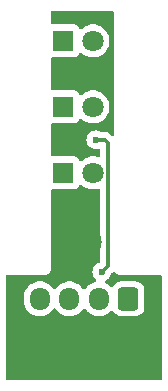
<source format=gbr>
%TF.GenerationSoftware,KiCad,Pcbnew,8.0.1*%
%TF.CreationDate,2024-04-21T19:06:48-04:00*%
%TF.ProjectId,Semaforo,53656d61-666f-4726-9f2e-6b696361645f,Andres La Madrid*%
%TF.SameCoordinates,Original*%
%TF.FileFunction,Copper,L2,Bot*%
%TF.FilePolarity,Positive*%
%FSLAX46Y46*%
G04 Gerber Fmt 4.6, Leading zero omitted, Abs format (unit mm)*
G04 Created by KiCad (PCBNEW 8.0.1) date 2024-04-21 19:06:48*
%MOMM*%
%LPD*%
G01*
G04 APERTURE LIST*
G04 Aperture macros list*
%AMRoundRect*
0 Rectangle with rounded corners*
0 $1 Rounding radius*
0 $2 $3 $4 $5 $6 $7 $8 $9 X,Y pos of 4 corners*
0 Add a 4 corners polygon primitive as box body*
4,1,4,$2,$3,$4,$5,$6,$7,$8,$9,$2,$3,0*
0 Add four circle primitives for the rounded corners*
1,1,$1+$1,$2,$3*
1,1,$1+$1,$4,$5*
1,1,$1+$1,$6,$7*
1,1,$1+$1,$8,$9*
0 Add four rect primitives between the rounded corners*
20,1,$1+$1,$2,$3,$4,$5,0*
20,1,$1+$1,$4,$5,$6,$7,0*
20,1,$1+$1,$6,$7,$8,$9,0*
20,1,$1+$1,$8,$9,$2,$3,0*%
G04 Aperture macros list end*
%TA.AperFunction,ComponentPad*%
%ADD10R,1.800000X1.800000*%
%TD*%
%TA.AperFunction,ComponentPad*%
%ADD11C,1.800000*%
%TD*%
%TA.AperFunction,ComponentPad*%
%ADD12RoundRect,0.250000X0.600000X0.725000X-0.600000X0.725000X-0.600000X-0.725000X0.600000X-0.725000X0*%
%TD*%
%TA.AperFunction,ComponentPad*%
%ADD13O,1.700000X1.950000*%
%TD*%
%TA.AperFunction,ComponentPad*%
%ADD14C,3.500000*%
%TD*%
%TA.AperFunction,ViaPad*%
%ADD15C,0.600000*%
%TD*%
%TA.AperFunction,Conductor*%
%ADD16C,0.300000*%
%TD*%
G04 APERTURE END LIST*
D10*
%TO.P,D2,1,K*%
%TO.N,Net-(D1-K)*%
X137180000Y-86995000D03*
D11*
%TO.P,D2,2,A*%
%TO.N,Net-(D2-A)*%
X139720000Y-86995000D03*
%TD*%
D12*
%TO.P,J1,1,Pin_1*%
%TO.N,Net-(D1-K)*%
X142728000Y-103251000D03*
D13*
%TO.P,J1,2,Pin_2*%
%TO.N,Net-(J1-Pin_2)*%
X140228000Y-103251000D03*
%TO.P,J1,3,Pin_3*%
%TO.N,Net-(J1-Pin_3)*%
X137728000Y-103251000D03*
%TO.P,J1,4,Pin_4*%
%TO.N,Net-(J1-Pin_4)*%
X135228000Y-103251000D03*
%TD*%
D10*
%TO.P,D1,1,K*%
%TO.N,Net-(D1-K)*%
X137180000Y-81407000D03*
D11*
%TO.P,D1,2,A*%
%TO.N,Net-(D1-A)*%
X139720000Y-81407000D03*
%TD*%
D10*
%TO.P,D3,1,K*%
%TO.N,Net-(D1-K)*%
X137180000Y-92583000D03*
D11*
%TO.P,D3,2,A*%
%TO.N,Net-(D3-A)*%
X139720000Y-92583000D03*
%TD*%
D14*
%TO.P,REF\u002A\u002A,1*%
%TO.N,GND*%
X138704000Y-98425000D03*
%TD*%
D15*
%TO.N,Net-(J1-Pin_3)*%
X139974000Y-89789000D03*
X140482000Y-100965000D03*
%TD*%
D16*
%TO.N,Net-(J1-Pin_3)*%
X140736000Y-89789000D02*
X139974000Y-89789000D01*
X140970000Y-100477000D02*
X140970000Y-90023000D01*
X140482000Y-100965000D02*
X140970000Y-100477000D01*
X140970000Y-90023000D02*
X140736000Y-89789000D01*
%TD*%
%TA.AperFunction,Conductor*%
%TO.N,GND*%
G36*
X138728063Y-93582992D02*
G01*
X138759866Y-93607843D01*
X138767302Y-93615920D01*
X138768215Y-93616912D01*
X138768222Y-93616918D01*
X138951365Y-93759464D01*
X138951371Y-93759468D01*
X138951374Y-93759470D01*
X139155497Y-93869936D01*
X139269487Y-93909068D01*
X139375015Y-93945297D01*
X139375017Y-93945297D01*
X139375019Y-93945298D01*
X139603951Y-93983500D01*
X139603952Y-93983500D01*
X139836048Y-93983500D01*
X139836049Y-93983500D01*
X140064981Y-93945298D01*
X140155237Y-93914312D01*
X140225035Y-93911163D01*
X140285457Y-93946249D01*
X140317317Y-94008431D01*
X140319500Y-94031594D01*
X140319500Y-100085786D01*
X140299815Y-100152825D01*
X140247011Y-100198580D01*
X140236454Y-100202828D01*
X140132478Y-100239210D01*
X139979737Y-100335184D01*
X139852184Y-100462737D01*
X139756211Y-100615476D01*
X139696631Y-100785745D01*
X139696630Y-100785750D01*
X139676435Y-100964996D01*
X139676435Y-100965003D01*
X139696630Y-101144249D01*
X139696631Y-101144254D01*
X139756211Y-101314523D01*
X139852184Y-101467262D01*
X139983045Y-101598123D01*
X140016530Y-101659446D01*
X140011546Y-101729138D01*
X139969674Y-101785071D01*
X139916482Y-101807553D01*
X139916497Y-101807616D01*
X139916122Y-101807705D01*
X139914776Y-101808275D01*
X139911764Y-101808752D01*
X139911760Y-101808753D01*
X139709585Y-101874444D01*
X139520179Y-101970951D01*
X139348213Y-102095890D01*
X139197894Y-102246209D01*
X139197890Y-102246214D01*
X139078318Y-102410793D01*
X139022989Y-102453459D01*
X138953375Y-102459438D01*
X138891580Y-102426833D01*
X138877682Y-102410793D01*
X138758109Y-102246214D01*
X138758105Y-102246209D01*
X138607786Y-102095890D01*
X138435820Y-101970951D01*
X138246414Y-101874444D01*
X138246413Y-101874443D01*
X138246412Y-101874443D01*
X138044243Y-101808754D01*
X138044241Y-101808753D01*
X138044240Y-101808753D01*
X137882957Y-101783208D01*
X137834287Y-101775500D01*
X137621713Y-101775500D01*
X137573042Y-101783208D01*
X137411760Y-101808753D01*
X137209585Y-101874444D01*
X137020179Y-101970951D01*
X136848213Y-102095890D01*
X136697894Y-102246209D01*
X136697890Y-102246214D01*
X136578318Y-102410793D01*
X136522989Y-102453459D01*
X136453375Y-102459438D01*
X136391580Y-102426833D01*
X136377682Y-102410793D01*
X136258109Y-102246214D01*
X136258105Y-102246209D01*
X136107786Y-102095890D01*
X135935820Y-101970951D01*
X135746414Y-101874444D01*
X135746413Y-101874443D01*
X135746412Y-101874443D01*
X135544243Y-101808754D01*
X135544241Y-101808753D01*
X135544240Y-101808753D01*
X135382957Y-101783208D01*
X135334287Y-101775500D01*
X135121713Y-101775500D01*
X135073042Y-101783208D01*
X134911760Y-101808753D01*
X134709585Y-101874444D01*
X134520179Y-101970951D01*
X134348213Y-102095890D01*
X134197890Y-102246213D01*
X134072951Y-102418179D01*
X133976444Y-102607585D01*
X133910753Y-102809760D01*
X133877500Y-103019713D01*
X133877500Y-103482286D01*
X133910753Y-103692239D01*
X133976444Y-103894414D01*
X134072951Y-104083820D01*
X134197890Y-104255786D01*
X134348213Y-104406109D01*
X134520179Y-104531048D01*
X134520181Y-104531049D01*
X134520184Y-104531051D01*
X134709588Y-104627557D01*
X134911757Y-104693246D01*
X135121713Y-104726500D01*
X135121714Y-104726500D01*
X135334286Y-104726500D01*
X135334287Y-104726500D01*
X135544243Y-104693246D01*
X135746412Y-104627557D01*
X135935816Y-104531051D01*
X135957789Y-104515086D01*
X136107786Y-104406109D01*
X136107788Y-104406106D01*
X136107792Y-104406104D01*
X136258104Y-104255792D01*
X136377683Y-104091204D01*
X136433011Y-104048540D01*
X136502624Y-104042561D01*
X136564420Y-104075166D01*
X136578313Y-104091199D01*
X136681925Y-104233809D01*
X136697896Y-104255792D01*
X136848213Y-104406109D01*
X137020179Y-104531048D01*
X137020181Y-104531049D01*
X137020184Y-104531051D01*
X137209588Y-104627557D01*
X137411757Y-104693246D01*
X137621713Y-104726500D01*
X137621714Y-104726500D01*
X137834286Y-104726500D01*
X137834287Y-104726500D01*
X138044243Y-104693246D01*
X138246412Y-104627557D01*
X138435816Y-104531051D01*
X138457789Y-104515086D01*
X138607786Y-104406109D01*
X138607788Y-104406106D01*
X138607792Y-104406104D01*
X138758104Y-104255792D01*
X138877683Y-104091204D01*
X138933011Y-104048540D01*
X139002624Y-104042561D01*
X139064420Y-104075166D01*
X139078313Y-104091199D01*
X139181925Y-104233809D01*
X139197896Y-104255792D01*
X139348213Y-104406109D01*
X139520179Y-104531048D01*
X139520181Y-104531049D01*
X139520184Y-104531051D01*
X139709588Y-104627557D01*
X139911757Y-104693246D01*
X140121713Y-104726500D01*
X140121714Y-104726500D01*
X140334286Y-104726500D01*
X140334287Y-104726500D01*
X140544243Y-104693246D01*
X140746412Y-104627557D01*
X140935816Y-104531051D01*
X141107792Y-104406104D01*
X141246604Y-104267291D01*
X141307923Y-104233809D01*
X141377615Y-104238793D01*
X141433549Y-104280664D01*
X141439821Y-104289878D01*
X141443185Y-104295333D01*
X141443186Y-104295334D01*
X141535288Y-104444656D01*
X141659344Y-104568712D01*
X141808666Y-104660814D01*
X141975203Y-104715999D01*
X142077991Y-104726500D01*
X143378008Y-104726499D01*
X143480797Y-104715999D01*
X143647334Y-104660814D01*
X143796656Y-104568712D01*
X143920712Y-104444656D01*
X144012814Y-104295334D01*
X144067999Y-104128797D01*
X144078500Y-104026009D01*
X144078499Y-102475992D01*
X144067999Y-102373203D01*
X144012814Y-102206666D01*
X143920712Y-102057344D01*
X143796656Y-101933288D01*
X143701253Y-101874443D01*
X143647336Y-101841187D01*
X143647331Y-101841185D01*
X143645862Y-101840698D01*
X143480797Y-101786001D01*
X143480795Y-101786000D01*
X143378010Y-101775500D01*
X142077998Y-101775500D01*
X142077981Y-101775501D01*
X141975203Y-101786000D01*
X141975200Y-101786001D01*
X141808668Y-101841185D01*
X141808663Y-101841187D01*
X141659342Y-101933289D01*
X141535289Y-102057342D01*
X141439821Y-102212121D01*
X141387873Y-102258845D01*
X141318910Y-102270068D01*
X141254828Y-102242224D01*
X141246601Y-102234705D01*
X141107786Y-102095890D01*
X140935819Y-101970951D01*
X140935818Y-101970950D01*
X140935816Y-101970949D01*
X140861902Y-101933288D01*
X140825453Y-101914716D01*
X140774657Y-101866741D01*
X140757862Y-101798920D01*
X140780400Y-101732785D01*
X140827951Y-101692509D01*
X140831520Y-101690790D01*
X140831522Y-101690789D01*
X140984262Y-101594816D01*
X141111816Y-101467262D01*
X141207789Y-101314522D01*
X141267368Y-101144255D01*
X141268182Y-101137025D01*
X141295245Y-101072611D01*
X141303703Y-101063241D01*
X141397213Y-100969731D01*
X141458535Y-100936249D01*
X141528226Y-100941233D01*
X141584160Y-100983105D01*
X141592276Y-100995409D01*
X141605500Y-101018314D01*
X141698686Y-101111500D01*
X141812814Y-101177392D01*
X141940108Y-101211500D01*
X145445500Y-101211500D01*
X145512539Y-101231185D01*
X145558294Y-101283989D01*
X145569500Y-101335500D01*
X145569500Y-109992500D01*
X145549815Y-110059539D01*
X145497011Y-110105294D01*
X145445500Y-110116500D01*
X132470500Y-110116500D01*
X132403461Y-110096815D01*
X132357706Y-110044011D01*
X132346500Y-109992500D01*
X132346500Y-101335500D01*
X132366185Y-101268461D01*
X132418989Y-101222706D01*
X132470500Y-101211500D01*
X135721890Y-101211500D01*
X135721892Y-101211500D01*
X135849186Y-101177392D01*
X135963314Y-101111500D01*
X136056500Y-101018314D01*
X136122392Y-100904186D01*
X136156500Y-100776892D01*
X136156500Y-94107499D01*
X136176185Y-94040460D01*
X136228989Y-93994705D01*
X136280495Y-93983499D01*
X138127872Y-93983499D01*
X138187483Y-93977091D01*
X138322331Y-93926796D01*
X138437546Y-93840546D01*
X138523796Y-93725331D01*
X138552455Y-93648493D01*
X138594326Y-93592559D01*
X138659790Y-93568141D01*
X138728063Y-93582992D01*
G37*
%TD.AperFunction*%
%TD*%
%TA.AperFunction,NonConductor*%
G36*
X141448539Y-78879185D02*
G01*
X141494294Y-78931989D01*
X141505500Y-78983500D01*
X141505500Y-89339191D01*
X141485815Y-89406230D01*
X141433011Y-89451985D01*
X141363853Y-89461929D01*
X141300297Y-89432904D01*
X141293819Y-89426872D01*
X141150673Y-89283726D01*
X141150669Y-89283723D01*
X141044127Y-89212535D01*
X140925744Y-89163499D01*
X140925738Y-89163497D01*
X140800071Y-89138500D01*
X140800069Y-89138500D01*
X140479068Y-89138500D01*
X140413096Y-89119494D01*
X140323522Y-89063210D01*
X140323518Y-89063209D01*
X140153262Y-89003633D01*
X140153249Y-89003630D01*
X139974004Y-88983435D01*
X139973996Y-88983435D01*
X139794750Y-89003630D01*
X139794745Y-89003631D01*
X139624476Y-89063211D01*
X139471737Y-89159184D01*
X139344184Y-89286737D01*
X139248211Y-89439476D01*
X139188631Y-89609745D01*
X139188630Y-89609750D01*
X139168435Y-89788996D01*
X139168435Y-89789003D01*
X139188630Y-89968249D01*
X139188631Y-89968254D01*
X139248211Y-90138523D01*
X139344184Y-90291262D01*
X139471738Y-90418816D01*
X139624478Y-90514789D01*
X139783268Y-90570352D01*
X139794745Y-90574368D01*
X139794750Y-90574369D01*
X139973996Y-90594565D01*
X139974000Y-90594565D01*
X139974004Y-90594565D01*
X140153246Y-90574369D01*
X140153245Y-90574369D01*
X140153255Y-90574368D01*
X140154541Y-90573917D01*
X140155423Y-90573872D01*
X140160039Y-90572819D01*
X140160223Y-90573627D01*
X140224316Y-90570352D01*
X140284946Y-90605076D01*
X140317177Y-90667067D01*
X140319500Y-90690957D01*
X140319500Y-91134405D01*
X140299815Y-91201444D01*
X140247011Y-91247199D01*
X140177853Y-91257143D01*
X140155238Y-91251686D01*
X140064986Y-91220702D01*
X139874204Y-91188867D01*
X139836049Y-91182500D01*
X139603951Y-91182500D01*
X139565550Y-91188908D01*
X139375015Y-91220702D01*
X139155504Y-91296061D01*
X139155495Y-91296064D01*
X138951371Y-91406531D01*
X138951365Y-91406535D01*
X138768222Y-91549081D01*
X138768218Y-91549085D01*
X138759866Y-91558158D01*
X138699979Y-91594148D01*
X138630141Y-91592047D01*
X138572525Y-91552522D01*
X138552455Y-91517507D01*
X138523797Y-91440671D01*
X138523793Y-91440664D01*
X138437547Y-91325455D01*
X138437544Y-91325452D01*
X138322335Y-91239206D01*
X138322328Y-91239202D01*
X138187482Y-91188908D01*
X138187483Y-91188908D01*
X138127883Y-91182501D01*
X138127881Y-91182500D01*
X138127873Y-91182500D01*
X138127865Y-91182500D01*
X136280500Y-91182500D01*
X136213461Y-91162815D01*
X136167706Y-91110011D01*
X136156500Y-91058500D01*
X136156500Y-88519499D01*
X136176185Y-88452460D01*
X136228989Y-88406705D01*
X136280495Y-88395499D01*
X138127872Y-88395499D01*
X138187483Y-88389091D01*
X138322331Y-88338796D01*
X138437546Y-88252546D01*
X138523796Y-88137331D01*
X138552455Y-88060493D01*
X138594326Y-88004559D01*
X138659790Y-87980141D01*
X138728063Y-87994992D01*
X138759866Y-88019843D01*
X138767302Y-88027920D01*
X138768215Y-88028912D01*
X138768222Y-88028918D01*
X138951365Y-88171464D01*
X138951371Y-88171468D01*
X138951374Y-88171470D01*
X139155497Y-88281936D01*
X139269487Y-88321068D01*
X139375015Y-88357297D01*
X139375017Y-88357297D01*
X139375019Y-88357298D01*
X139603951Y-88395500D01*
X139603952Y-88395500D01*
X139836048Y-88395500D01*
X139836049Y-88395500D01*
X140064981Y-88357298D01*
X140284503Y-88281936D01*
X140488626Y-88171470D01*
X140671784Y-88028913D01*
X140828979Y-87858153D01*
X140955924Y-87663849D01*
X141049157Y-87451300D01*
X141106134Y-87226305D01*
X141125300Y-86995000D01*
X141125300Y-86994993D01*
X141106135Y-86763702D01*
X141106133Y-86763691D01*
X141049157Y-86538699D01*
X140955924Y-86326151D01*
X140828983Y-86131852D01*
X140828980Y-86131849D01*
X140828979Y-86131847D01*
X140671784Y-85961087D01*
X140671779Y-85961083D01*
X140671777Y-85961081D01*
X140488634Y-85818535D01*
X140488628Y-85818531D01*
X140284504Y-85708064D01*
X140284495Y-85708061D01*
X140064984Y-85632702D01*
X139874450Y-85600908D01*
X139836049Y-85594500D01*
X139603951Y-85594500D01*
X139565550Y-85600908D01*
X139375015Y-85632702D01*
X139155504Y-85708061D01*
X139155495Y-85708064D01*
X138951371Y-85818531D01*
X138951365Y-85818535D01*
X138768222Y-85961081D01*
X138768218Y-85961085D01*
X138759866Y-85970158D01*
X138699979Y-86006148D01*
X138630141Y-86004047D01*
X138572525Y-85964522D01*
X138552455Y-85929507D01*
X138523797Y-85852671D01*
X138523793Y-85852664D01*
X138437547Y-85737455D01*
X138437544Y-85737452D01*
X138322335Y-85651206D01*
X138322328Y-85651202D01*
X138187482Y-85600908D01*
X138187483Y-85600908D01*
X138127883Y-85594501D01*
X138127881Y-85594500D01*
X138127873Y-85594500D01*
X138127865Y-85594500D01*
X136280500Y-85594500D01*
X136213461Y-85574815D01*
X136167706Y-85522011D01*
X136156500Y-85470500D01*
X136156500Y-82931499D01*
X136176185Y-82864460D01*
X136228989Y-82818705D01*
X136280495Y-82807499D01*
X138127872Y-82807499D01*
X138187483Y-82801091D01*
X138322331Y-82750796D01*
X138437546Y-82664546D01*
X138523796Y-82549331D01*
X138552455Y-82472493D01*
X138594326Y-82416559D01*
X138659790Y-82392141D01*
X138728063Y-82406992D01*
X138759866Y-82431843D01*
X138767302Y-82439920D01*
X138768215Y-82440912D01*
X138768222Y-82440918D01*
X138951365Y-82583464D01*
X138951371Y-82583468D01*
X138951374Y-82583470D01*
X139155497Y-82693936D01*
X139269487Y-82733068D01*
X139375015Y-82769297D01*
X139375017Y-82769297D01*
X139375019Y-82769298D01*
X139603951Y-82807500D01*
X139603952Y-82807500D01*
X139836048Y-82807500D01*
X139836049Y-82807500D01*
X140064981Y-82769298D01*
X140284503Y-82693936D01*
X140488626Y-82583470D01*
X140671784Y-82440913D01*
X140828979Y-82270153D01*
X140955924Y-82075849D01*
X141049157Y-81863300D01*
X141106134Y-81638305D01*
X141125300Y-81407000D01*
X141125300Y-81406993D01*
X141106135Y-81175702D01*
X141106133Y-81175691D01*
X141049157Y-80950699D01*
X140955924Y-80738151D01*
X140828983Y-80543852D01*
X140828980Y-80543849D01*
X140828979Y-80543847D01*
X140671784Y-80373087D01*
X140671779Y-80373083D01*
X140671777Y-80373081D01*
X140488634Y-80230535D01*
X140488628Y-80230531D01*
X140284504Y-80120064D01*
X140284495Y-80120061D01*
X140064984Y-80044702D01*
X139874450Y-80012908D01*
X139836049Y-80006500D01*
X139603951Y-80006500D01*
X139565550Y-80012908D01*
X139375015Y-80044702D01*
X139155504Y-80120061D01*
X139155495Y-80120064D01*
X138951371Y-80230531D01*
X138951365Y-80230535D01*
X138768222Y-80373081D01*
X138768218Y-80373085D01*
X138759866Y-80382158D01*
X138699979Y-80418148D01*
X138630141Y-80416047D01*
X138572525Y-80376522D01*
X138552455Y-80341507D01*
X138523797Y-80264671D01*
X138523793Y-80264664D01*
X138437547Y-80149455D01*
X138437544Y-80149452D01*
X138322335Y-80063206D01*
X138322328Y-80063202D01*
X138187482Y-80012908D01*
X138187483Y-80012908D01*
X138127883Y-80006501D01*
X138127881Y-80006500D01*
X138127873Y-80006500D01*
X138127865Y-80006500D01*
X136280500Y-80006500D01*
X136213461Y-79986815D01*
X136167706Y-79934011D01*
X136156500Y-79882500D01*
X136156500Y-78983500D01*
X136176185Y-78916461D01*
X136228989Y-78870706D01*
X136280500Y-78859500D01*
X141381500Y-78859500D01*
X141448539Y-78879185D01*
G37*
%TD.AperFunction*%
M02*

</source>
